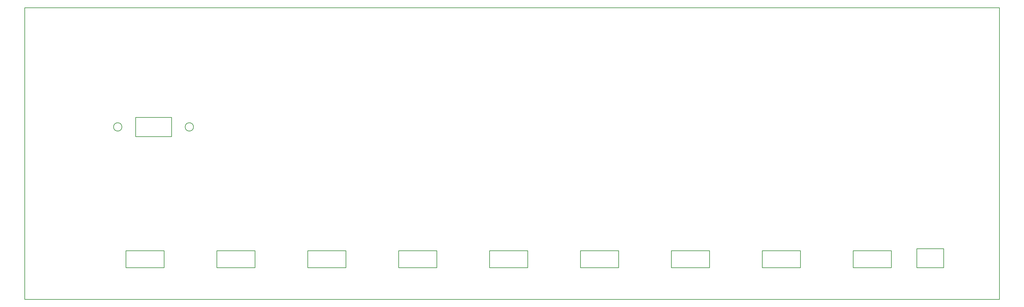
<source format=gbr>
%TF.GenerationSoftware,KiCad,Pcbnew,(6.0.5)*%
%TF.CreationDate,2022-12-19T16:21:13-07:00*%
%TF.ProjectId,Back_panel,4261636b-5f70-4616-9e65-6c2e6b696361,rev?*%
%TF.SameCoordinates,Original*%
%TF.FileFunction,Profile,NP*%
%FSLAX46Y46*%
G04 Gerber Fmt 4.6, Leading zero omitted, Abs format (unit mm)*
G04 Created by KiCad (PCBNEW (6.0.5)) date 2022-12-19 16:21:13*
%MOMM*%
%LPD*%
G01*
G04 APERTURE LIST*
%TA.AperFunction,Profile*%
%ADD10C,0.250000*%
%TD*%
G04 APERTURE END LIST*
D10*
X58390000Y20450000D02*
X42390000Y20450000D01*
X172690000Y13300000D02*
X172690000Y20450000D01*
X210790000Y13300000D02*
X210790000Y20450000D01*
X363190000Y13300000D02*
X363190000Y20450000D01*
X46500000Y76300000D02*
X46500000Y68300000D01*
X156690000Y13300000D02*
X172690000Y13300000D01*
X363190000Y20450000D02*
X347190000Y20450000D01*
X325090000Y20450000D02*
X309090000Y20450000D01*
X194790000Y20450000D02*
X194790000Y13300000D01*
X118590000Y20450000D02*
X118590000Y13300000D01*
X42390000Y20450000D02*
X42390000Y13300000D01*
X42390000Y13300000D02*
X58390000Y13300000D01*
X270990000Y13300000D02*
X286990000Y13300000D01*
X61500000Y68300000D02*
X61500000Y76300000D01*
X134590000Y20450000D02*
X118590000Y20450000D01*
X347190000Y13300000D02*
X363190000Y13300000D01*
X96490000Y20450000D02*
X80490000Y20450000D01*
X385125000Y13300000D02*
X385125000Y21300000D01*
X408500000Y0D02*
X408500000Y122300000D01*
X58390000Y13300000D02*
X58390000Y20450000D01*
X248890000Y13300000D02*
X248890000Y20450000D01*
X232890000Y20450000D02*
X232890000Y13300000D01*
X172690000Y20450000D02*
X156690000Y20450000D01*
X80490000Y13300000D02*
X96490000Y13300000D01*
X118590000Y13300000D02*
X134590000Y13300000D01*
X385125000Y21300000D02*
X373875000Y21300000D01*
X70750000Y72300000D02*
G75*
G03*
X70750000Y72300000I-1750000J0D01*
G01*
X194790000Y13300000D02*
X210790000Y13300000D01*
X309090000Y13300000D02*
X325090000Y13300000D01*
X286990000Y13300000D02*
X286990000Y20450000D01*
X40750000Y72300000D02*
G75*
G03*
X40750000Y72300000I-1750000J0D01*
G01*
X134590000Y13300000D02*
X134590000Y20450000D01*
X347190000Y20450000D02*
X347190000Y13300000D01*
X0Y122300000D02*
X0Y0D01*
X80490000Y20450000D02*
X80490000Y13300000D01*
X270990000Y20450000D02*
X270990000Y13300000D01*
X325090000Y13300000D02*
X325090000Y20450000D01*
X0Y0D02*
X408500000Y0D01*
X286990000Y20450000D02*
X270990000Y20450000D01*
X61500000Y76300000D02*
X46500000Y76300000D01*
X309090000Y20450000D02*
X309090000Y13300000D01*
X248890000Y20450000D02*
X232890000Y20450000D01*
X373875000Y13300000D02*
X385125000Y13300000D01*
X232890000Y13300000D02*
X248890000Y13300000D01*
X210790000Y20450000D02*
X194790000Y20450000D01*
X46500000Y68300000D02*
X61500000Y68300000D01*
X156690000Y20450000D02*
X156690000Y13300000D01*
X96490000Y13300000D02*
X96490000Y20450000D01*
X408500000Y122300000D02*
X0Y122300000D01*
X373875000Y21300000D02*
X373875000Y13300000D01*
M02*

</source>
